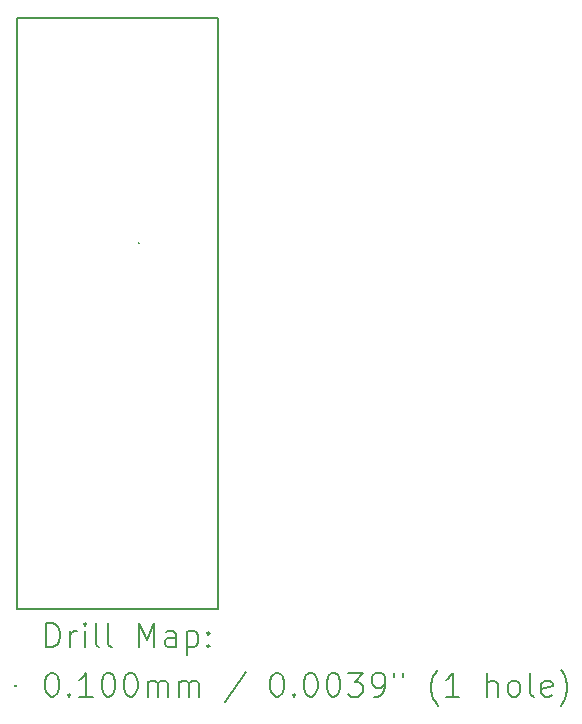
<source format=gbr>
%TF.GenerationSoftware,KiCad,Pcbnew,8.0.1*%
%TF.CreationDate,2024-10-17T14:11:02-05:00*%
%TF.ProjectId,sip-board,7369702d-626f-4617-9264-2e6b69636164,rev?*%
%TF.SameCoordinates,Original*%
%TF.FileFunction,Drillmap*%
%TF.FilePolarity,Positive*%
%FSLAX45Y45*%
G04 Gerber Fmt 4.5, Leading zero omitted, Abs format (unit mm)*
G04 Created by KiCad (PCBNEW 8.0.1) date 2024-10-17 14:11:02*
%MOMM*%
%LPD*%
G01*
G04 APERTURE LIST*
%ADD10C,0.200000*%
%ADD11C,0.100000*%
G04 APERTURE END LIST*
D10*
X13700000Y-7862000D02*
X15400000Y-7862000D01*
X15400000Y-12862000D01*
X13700000Y-12862000D01*
X13700000Y-7862000D01*
D11*
X14722000Y-9753000D02*
X14732000Y-9763000D01*
X14732000Y-9753000D02*
X14722000Y-9763000D01*
D10*
X13950777Y-13183484D02*
X13950777Y-12983484D01*
X13950777Y-12983484D02*
X13998396Y-12983484D01*
X13998396Y-12983484D02*
X14026967Y-12993008D01*
X14026967Y-12993008D02*
X14046015Y-13012055D01*
X14046015Y-13012055D02*
X14055539Y-13031103D01*
X14055539Y-13031103D02*
X14065062Y-13069198D01*
X14065062Y-13069198D02*
X14065062Y-13097769D01*
X14065062Y-13097769D02*
X14055539Y-13135865D01*
X14055539Y-13135865D02*
X14046015Y-13154912D01*
X14046015Y-13154912D02*
X14026967Y-13173960D01*
X14026967Y-13173960D02*
X13998396Y-13183484D01*
X13998396Y-13183484D02*
X13950777Y-13183484D01*
X14150777Y-13183484D02*
X14150777Y-13050150D01*
X14150777Y-13088246D02*
X14160301Y-13069198D01*
X14160301Y-13069198D02*
X14169824Y-13059674D01*
X14169824Y-13059674D02*
X14188872Y-13050150D01*
X14188872Y-13050150D02*
X14207920Y-13050150D01*
X14274586Y-13183484D02*
X14274586Y-13050150D01*
X14274586Y-12983484D02*
X14265062Y-12993008D01*
X14265062Y-12993008D02*
X14274586Y-13002531D01*
X14274586Y-13002531D02*
X14284110Y-12993008D01*
X14284110Y-12993008D02*
X14274586Y-12983484D01*
X14274586Y-12983484D02*
X14274586Y-13002531D01*
X14398396Y-13183484D02*
X14379348Y-13173960D01*
X14379348Y-13173960D02*
X14369824Y-13154912D01*
X14369824Y-13154912D02*
X14369824Y-12983484D01*
X14503158Y-13183484D02*
X14484110Y-13173960D01*
X14484110Y-13173960D02*
X14474586Y-13154912D01*
X14474586Y-13154912D02*
X14474586Y-12983484D01*
X14731729Y-13183484D02*
X14731729Y-12983484D01*
X14731729Y-12983484D02*
X14798396Y-13126341D01*
X14798396Y-13126341D02*
X14865062Y-12983484D01*
X14865062Y-12983484D02*
X14865062Y-13183484D01*
X15046015Y-13183484D02*
X15046015Y-13078722D01*
X15046015Y-13078722D02*
X15036491Y-13059674D01*
X15036491Y-13059674D02*
X15017443Y-13050150D01*
X15017443Y-13050150D02*
X14979348Y-13050150D01*
X14979348Y-13050150D02*
X14960301Y-13059674D01*
X15046015Y-13173960D02*
X15026967Y-13183484D01*
X15026967Y-13183484D02*
X14979348Y-13183484D01*
X14979348Y-13183484D02*
X14960301Y-13173960D01*
X14960301Y-13173960D02*
X14950777Y-13154912D01*
X14950777Y-13154912D02*
X14950777Y-13135865D01*
X14950777Y-13135865D02*
X14960301Y-13116817D01*
X14960301Y-13116817D02*
X14979348Y-13107293D01*
X14979348Y-13107293D02*
X15026967Y-13107293D01*
X15026967Y-13107293D02*
X15046015Y-13097769D01*
X15141253Y-13050150D02*
X15141253Y-13250150D01*
X15141253Y-13059674D02*
X15160301Y-13050150D01*
X15160301Y-13050150D02*
X15198396Y-13050150D01*
X15198396Y-13050150D02*
X15217443Y-13059674D01*
X15217443Y-13059674D02*
X15226967Y-13069198D01*
X15226967Y-13069198D02*
X15236491Y-13088246D01*
X15236491Y-13088246D02*
X15236491Y-13145388D01*
X15236491Y-13145388D02*
X15226967Y-13164436D01*
X15226967Y-13164436D02*
X15217443Y-13173960D01*
X15217443Y-13173960D02*
X15198396Y-13183484D01*
X15198396Y-13183484D02*
X15160301Y-13183484D01*
X15160301Y-13183484D02*
X15141253Y-13173960D01*
X15322205Y-13164436D02*
X15331729Y-13173960D01*
X15331729Y-13173960D02*
X15322205Y-13183484D01*
X15322205Y-13183484D02*
X15312682Y-13173960D01*
X15312682Y-13173960D02*
X15322205Y-13164436D01*
X15322205Y-13164436D02*
X15322205Y-13183484D01*
X15322205Y-13059674D02*
X15331729Y-13069198D01*
X15331729Y-13069198D02*
X15322205Y-13078722D01*
X15322205Y-13078722D02*
X15312682Y-13069198D01*
X15312682Y-13069198D02*
X15322205Y-13059674D01*
X15322205Y-13059674D02*
X15322205Y-13078722D01*
D11*
X13680000Y-13507000D02*
X13690000Y-13517000D01*
X13690000Y-13507000D02*
X13680000Y-13517000D01*
D10*
X13988872Y-13403484D02*
X14007920Y-13403484D01*
X14007920Y-13403484D02*
X14026967Y-13413008D01*
X14026967Y-13413008D02*
X14036491Y-13422531D01*
X14036491Y-13422531D02*
X14046015Y-13441579D01*
X14046015Y-13441579D02*
X14055539Y-13479674D01*
X14055539Y-13479674D02*
X14055539Y-13527293D01*
X14055539Y-13527293D02*
X14046015Y-13565388D01*
X14046015Y-13565388D02*
X14036491Y-13584436D01*
X14036491Y-13584436D02*
X14026967Y-13593960D01*
X14026967Y-13593960D02*
X14007920Y-13603484D01*
X14007920Y-13603484D02*
X13988872Y-13603484D01*
X13988872Y-13603484D02*
X13969824Y-13593960D01*
X13969824Y-13593960D02*
X13960301Y-13584436D01*
X13960301Y-13584436D02*
X13950777Y-13565388D01*
X13950777Y-13565388D02*
X13941253Y-13527293D01*
X13941253Y-13527293D02*
X13941253Y-13479674D01*
X13941253Y-13479674D02*
X13950777Y-13441579D01*
X13950777Y-13441579D02*
X13960301Y-13422531D01*
X13960301Y-13422531D02*
X13969824Y-13413008D01*
X13969824Y-13413008D02*
X13988872Y-13403484D01*
X14141253Y-13584436D02*
X14150777Y-13593960D01*
X14150777Y-13593960D02*
X14141253Y-13603484D01*
X14141253Y-13603484D02*
X14131729Y-13593960D01*
X14131729Y-13593960D02*
X14141253Y-13584436D01*
X14141253Y-13584436D02*
X14141253Y-13603484D01*
X14341253Y-13603484D02*
X14226967Y-13603484D01*
X14284110Y-13603484D02*
X14284110Y-13403484D01*
X14284110Y-13403484D02*
X14265062Y-13432055D01*
X14265062Y-13432055D02*
X14246015Y-13451103D01*
X14246015Y-13451103D02*
X14226967Y-13460627D01*
X14465062Y-13403484D02*
X14484110Y-13403484D01*
X14484110Y-13403484D02*
X14503158Y-13413008D01*
X14503158Y-13413008D02*
X14512682Y-13422531D01*
X14512682Y-13422531D02*
X14522205Y-13441579D01*
X14522205Y-13441579D02*
X14531729Y-13479674D01*
X14531729Y-13479674D02*
X14531729Y-13527293D01*
X14531729Y-13527293D02*
X14522205Y-13565388D01*
X14522205Y-13565388D02*
X14512682Y-13584436D01*
X14512682Y-13584436D02*
X14503158Y-13593960D01*
X14503158Y-13593960D02*
X14484110Y-13603484D01*
X14484110Y-13603484D02*
X14465062Y-13603484D01*
X14465062Y-13603484D02*
X14446015Y-13593960D01*
X14446015Y-13593960D02*
X14436491Y-13584436D01*
X14436491Y-13584436D02*
X14426967Y-13565388D01*
X14426967Y-13565388D02*
X14417443Y-13527293D01*
X14417443Y-13527293D02*
X14417443Y-13479674D01*
X14417443Y-13479674D02*
X14426967Y-13441579D01*
X14426967Y-13441579D02*
X14436491Y-13422531D01*
X14436491Y-13422531D02*
X14446015Y-13413008D01*
X14446015Y-13413008D02*
X14465062Y-13403484D01*
X14655539Y-13403484D02*
X14674586Y-13403484D01*
X14674586Y-13403484D02*
X14693634Y-13413008D01*
X14693634Y-13413008D02*
X14703158Y-13422531D01*
X14703158Y-13422531D02*
X14712682Y-13441579D01*
X14712682Y-13441579D02*
X14722205Y-13479674D01*
X14722205Y-13479674D02*
X14722205Y-13527293D01*
X14722205Y-13527293D02*
X14712682Y-13565388D01*
X14712682Y-13565388D02*
X14703158Y-13584436D01*
X14703158Y-13584436D02*
X14693634Y-13593960D01*
X14693634Y-13593960D02*
X14674586Y-13603484D01*
X14674586Y-13603484D02*
X14655539Y-13603484D01*
X14655539Y-13603484D02*
X14636491Y-13593960D01*
X14636491Y-13593960D02*
X14626967Y-13584436D01*
X14626967Y-13584436D02*
X14617443Y-13565388D01*
X14617443Y-13565388D02*
X14607920Y-13527293D01*
X14607920Y-13527293D02*
X14607920Y-13479674D01*
X14607920Y-13479674D02*
X14617443Y-13441579D01*
X14617443Y-13441579D02*
X14626967Y-13422531D01*
X14626967Y-13422531D02*
X14636491Y-13413008D01*
X14636491Y-13413008D02*
X14655539Y-13403484D01*
X14807920Y-13603484D02*
X14807920Y-13470150D01*
X14807920Y-13489198D02*
X14817443Y-13479674D01*
X14817443Y-13479674D02*
X14836491Y-13470150D01*
X14836491Y-13470150D02*
X14865063Y-13470150D01*
X14865063Y-13470150D02*
X14884110Y-13479674D01*
X14884110Y-13479674D02*
X14893634Y-13498722D01*
X14893634Y-13498722D02*
X14893634Y-13603484D01*
X14893634Y-13498722D02*
X14903158Y-13479674D01*
X14903158Y-13479674D02*
X14922205Y-13470150D01*
X14922205Y-13470150D02*
X14950777Y-13470150D01*
X14950777Y-13470150D02*
X14969824Y-13479674D01*
X14969824Y-13479674D02*
X14979348Y-13498722D01*
X14979348Y-13498722D02*
X14979348Y-13603484D01*
X15074586Y-13603484D02*
X15074586Y-13470150D01*
X15074586Y-13489198D02*
X15084110Y-13479674D01*
X15084110Y-13479674D02*
X15103158Y-13470150D01*
X15103158Y-13470150D02*
X15131729Y-13470150D01*
X15131729Y-13470150D02*
X15150777Y-13479674D01*
X15150777Y-13479674D02*
X15160301Y-13498722D01*
X15160301Y-13498722D02*
X15160301Y-13603484D01*
X15160301Y-13498722D02*
X15169824Y-13479674D01*
X15169824Y-13479674D02*
X15188872Y-13470150D01*
X15188872Y-13470150D02*
X15217443Y-13470150D01*
X15217443Y-13470150D02*
X15236491Y-13479674D01*
X15236491Y-13479674D02*
X15246015Y-13498722D01*
X15246015Y-13498722D02*
X15246015Y-13603484D01*
X15636491Y-13393960D02*
X15465063Y-13651103D01*
X15893634Y-13403484D02*
X15912682Y-13403484D01*
X15912682Y-13403484D02*
X15931729Y-13413008D01*
X15931729Y-13413008D02*
X15941253Y-13422531D01*
X15941253Y-13422531D02*
X15950777Y-13441579D01*
X15950777Y-13441579D02*
X15960301Y-13479674D01*
X15960301Y-13479674D02*
X15960301Y-13527293D01*
X15960301Y-13527293D02*
X15950777Y-13565388D01*
X15950777Y-13565388D02*
X15941253Y-13584436D01*
X15941253Y-13584436D02*
X15931729Y-13593960D01*
X15931729Y-13593960D02*
X15912682Y-13603484D01*
X15912682Y-13603484D02*
X15893634Y-13603484D01*
X15893634Y-13603484D02*
X15874586Y-13593960D01*
X15874586Y-13593960D02*
X15865063Y-13584436D01*
X15865063Y-13584436D02*
X15855539Y-13565388D01*
X15855539Y-13565388D02*
X15846015Y-13527293D01*
X15846015Y-13527293D02*
X15846015Y-13479674D01*
X15846015Y-13479674D02*
X15855539Y-13441579D01*
X15855539Y-13441579D02*
X15865063Y-13422531D01*
X15865063Y-13422531D02*
X15874586Y-13413008D01*
X15874586Y-13413008D02*
X15893634Y-13403484D01*
X16046015Y-13584436D02*
X16055539Y-13593960D01*
X16055539Y-13593960D02*
X16046015Y-13603484D01*
X16046015Y-13603484D02*
X16036491Y-13593960D01*
X16036491Y-13593960D02*
X16046015Y-13584436D01*
X16046015Y-13584436D02*
X16046015Y-13603484D01*
X16179348Y-13403484D02*
X16198396Y-13403484D01*
X16198396Y-13403484D02*
X16217444Y-13413008D01*
X16217444Y-13413008D02*
X16226967Y-13422531D01*
X16226967Y-13422531D02*
X16236491Y-13441579D01*
X16236491Y-13441579D02*
X16246015Y-13479674D01*
X16246015Y-13479674D02*
X16246015Y-13527293D01*
X16246015Y-13527293D02*
X16236491Y-13565388D01*
X16236491Y-13565388D02*
X16226967Y-13584436D01*
X16226967Y-13584436D02*
X16217444Y-13593960D01*
X16217444Y-13593960D02*
X16198396Y-13603484D01*
X16198396Y-13603484D02*
X16179348Y-13603484D01*
X16179348Y-13603484D02*
X16160301Y-13593960D01*
X16160301Y-13593960D02*
X16150777Y-13584436D01*
X16150777Y-13584436D02*
X16141253Y-13565388D01*
X16141253Y-13565388D02*
X16131729Y-13527293D01*
X16131729Y-13527293D02*
X16131729Y-13479674D01*
X16131729Y-13479674D02*
X16141253Y-13441579D01*
X16141253Y-13441579D02*
X16150777Y-13422531D01*
X16150777Y-13422531D02*
X16160301Y-13413008D01*
X16160301Y-13413008D02*
X16179348Y-13403484D01*
X16369825Y-13403484D02*
X16388872Y-13403484D01*
X16388872Y-13403484D02*
X16407920Y-13413008D01*
X16407920Y-13413008D02*
X16417444Y-13422531D01*
X16417444Y-13422531D02*
X16426967Y-13441579D01*
X16426967Y-13441579D02*
X16436491Y-13479674D01*
X16436491Y-13479674D02*
X16436491Y-13527293D01*
X16436491Y-13527293D02*
X16426967Y-13565388D01*
X16426967Y-13565388D02*
X16417444Y-13584436D01*
X16417444Y-13584436D02*
X16407920Y-13593960D01*
X16407920Y-13593960D02*
X16388872Y-13603484D01*
X16388872Y-13603484D02*
X16369825Y-13603484D01*
X16369825Y-13603484D02*
X16350777Y-13593960D01*
X16350777Y-13593960D02*
X16341253Y-13584436D01*
X16341253Y-13584436D02*
X16331729Y-13565388D01*
X16331729Y-13565388D02*
X16322206Y-13527293D01*
X16322206Y-13527293D02*
X16322206Y-13479674D01*
X16322206Y-13479674D02*
X16331729Y-13441579D01*
X16331729Y-13441579D02*
X16341253Y-13422531D01*
X16341253Y-13422531D02*
X16350777Y-13413008D01*
X16350777Y-13413008D02*
X16369825Y-13403484D01*
X16503158Y-13403484D02*
X16626967Y-13403484D01*
X16626967Y-13403484D02*
X16560301Y-13479674D01*
X16560301Y-13479674D02*
X16588872Y-13479674D01*
X16588872Y-13479674D02*
X16607920Y-13489198D01*
X16607920Y-13489198D02*
X16617444Y-13498722D01*
X16617444Y-13498722D02*
X16626967Y-13517769D01*
X16626967Y-13517769D02*
X16626967Y-13565388D01*
X16626967Y-13565388D02*
X16617444Y-13584436D01*
X16617444Y-13584436D02*
X16607920Y-13593960D01*
X16607920Y-13593960D02*
X16588872Y-13603484D01*
X16588872Y-13603484D02*
X16531729Y-13603484D01*
X16531729Y-13603484D02*
X16512682Y-13593960D01*
X16512682Y-13593960D02*
X16503158Y-13584436D01*
X16722206Y-13603484D02*
X16760301Y-13603484D01*
X16760301Y-13603484D02*
X16779349Y-13593960D01*
X16779349Y-13593960D02*
X16788872Y-13584436D01*
X16788872Y-13584436D02*
X16807920Y-13555865D01*
X16807920Y-13555865D02*
X16817444Y-13517769D01*
X16817444Y-13517769D02*
X16817444Y-13441579D01*
X16817444Y-13441579D02*
X16807920Y-13422531D01*
X16807920Y-13422531D02*
X16798396Y-13413008D01*
X16798396Y-13413008D02*
X16779349Y-13403484D01*
X16779349Y-13403484D02*
X16741253Y-13403484D01*
X16741253Y-13403484D02*
X16722206Y-13413008D01*
X16722206Y-13413008D02*
X16712682Y-13422531D01*
X16712682Y-13422531D02*
X16703158Y-13441579D01*
X16703158Y-13441579D02*
X16703158Y-13489198D01*
X16703158Y-13489198D02*
X16712682Y-13508246D01*
X16712682Y-13508246D02*
X16722206Y-13517769D01*
X16722206Y-13517769D02*
X16741253Y-13527293D01*
X16741253Y-13527293D02*
X16779349Y-13527293D01*
X16779349Y-13527293D02*
X16798396Y-13517769D01*
X16798396Y-13517769D02*
X16807920Y-13508246D01*
X16807920Y-13508246D02*
X16817444Y-13489198D01*
X16893634Y-13403484D02*
X16893634Y-13441579D01*
X16969825Y-13403484D02*
X16969825Y-13441579D01*
X17265063Y-13679674D02*
X17255539Y-13670150D01*
X17255539Y-13670150D02*
X17236491Y-13641579D01*
X17236491Y-13641579D02*
X17226968Y-13622531D01*
X17226968Y-13622531D02*
X17217444Y-13593960D01*
X17217444Y-13593960D02*
X17207920Y-13546341D01*
X17207920Y-13546341D02*
X17207920Y-13508246D01*
X17207920Y-13508246D02*
X17217444Y-13460627D01*
X17217444Y-13460627D02*
X17226968Y-13432055D01*
X17226968Y-13432055D02*
X17236491Y-13413008D01*
X17236491Y-13413008D02*
X17255539Y-13384436D01*
X17255539Y-13384436D02*
X17265063Y-13374912D01*
X17446015Y-13603484D02*
X17331730Y-13603484D01*
X17388872Y-13603484D02*
X17388872Y-13403484D01*
X17388872Y-13403484D02*
X17369825Y-13432055D01*
X17369825Y-13432055D02*
X17350777Y-13451103D01*
X17350777Y-13451103D02*
X17331730Y-13460627D01*
X17684111Y-13603484D02*
X17684111Y-13403484D01*
X17769825Y-13603484D02*
X17769825Y-13498722D01*
X17769825Y-13498722D02*
X17760301Y-13479674D01*
X17760301Y-13479674D02*
X17741253Y-13470150D01*
X17741253Y-13470150D02*
X17712682Y-13470150D01*
X17712682Y-13470150D02*
X17693634Y-13479674D01*
X17693634Y-13479674D02*
X17684111Y-13489198D01*
X17893634Y-13603484D02*
X17874587Y-13593960D01*
X17874587Y-13593960D02*
X17865063Y-13584436D01*
X17865063Y-13584436D02*
X17855539Y-13565388D01*
X17855539Y-13565388D02*
X17855539Y-13508246D01*
X17855539Y-13508246D02*
X17865063Y-13489198D01*
X17865063Y-13489198D02*
X17874587Y-13479674D01*
X17874587Y-13479674D02*
X17893634Y-13470150D01*
X17893634Y-13470150D02*
X17922206Y-13470150D01*
X17922206Y-13470150D02*
X17941253Y-13479674D01*
X17941253Y-13479674D02*
X17950777Y-13489198D01*
X17950777Y-13489198D02*
X17960301Y-13508246D01*
X17960301Y-13508246D02*
X17960301Y-13565388D01*
X17960301Y-13565388D02*
X17950777Y-13584436D01*
X17950777Y-13584436D02*
X17941253Y-13593960D01*
X17941253Y-13593960D02*
X17922206Y-13603484D01*
X17922206Y-13603484D02*
X17893634Y-13603484D01*
X18074587Y-13603484D02*
X18055539Y-13593960D01*
X18055539Y-13593960D02*
X18046015Y-13574912D01*
X18046015Y-13574912D02*
X18046015Y-13403484D01*
X18226968Y-13593960D02*
X18207920Y-13603484D01*
X18207920Y-13603484D02*
X18169825Y-13603484D01*
X18169825Y-13603484D02*
X18150777Y-13593960D01*
X18150777Y-13593960D02*
X18141253Y-13574912D01*
X18141253Y-13574912D02*
X18141253Y-13498722D01*
X18141253Y-13498722D02*
X18150777Y-13479674D01*
X18150777Y-13479674D02*
X18169825Y-13470150D01*
X18169825Y-13470150D02*
X18207920Y-13470150D01*
X18207920Y-13470150D02*
X18226968Y-13479674D01*
X18226968Y-13479674D02*
X18236492Y-13498722D01*
X18236492Y-13498722D02*
X18236492Y-13517769D01*
X18236492Y-13517769D02*
X18141253Y-13536817D01*
X18303158Y-13679674D02*
X18312682Y-13670150D01*
X18312682Y-13670150D02*
X18331730Y-13641579D01*
X18331730Y-13641579D02*
X18341253Y-13622531D01*
X18341253Y-13622531D02*
X18350777Y-13593960D01*
X18350777Y-13593960D02*
X18360301Y-13546341D01*
X18360301Y-13546341D02*
X18360301Y-13508246D01*
X18360301Y-13508246D02*
X18350777Y-13460627D01*
X18350777Y-13460627D02*
X18341253Y-13432055D01*
X18341253Y-13432055D02*
X18331730Y-13413008D01*
X18331730Y-13413008D02*
X18312682Y-13384436D01*
X18312682Y-13384436D02*
X18303158Y-13374912D01*
M02*

</source>
